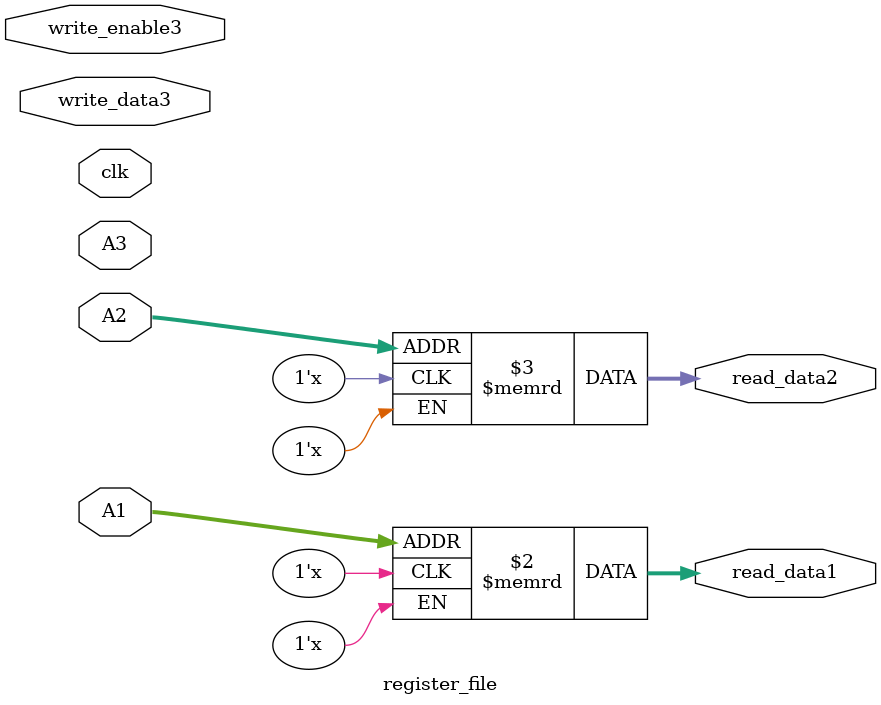
<source format=v>
module register_file(
    input clk,
    input write_enable3,
    input [4:0] A1, A2, A3,
    input [31:0] write_data3,
    output reg [31:0] read_data1, read_data2
);

reg [31:0] registers [0:31];

always @(*) 
begin
    read_data1 = registers[A1];
    read_data2 = registers[A2];
end

endmodule
</source>
